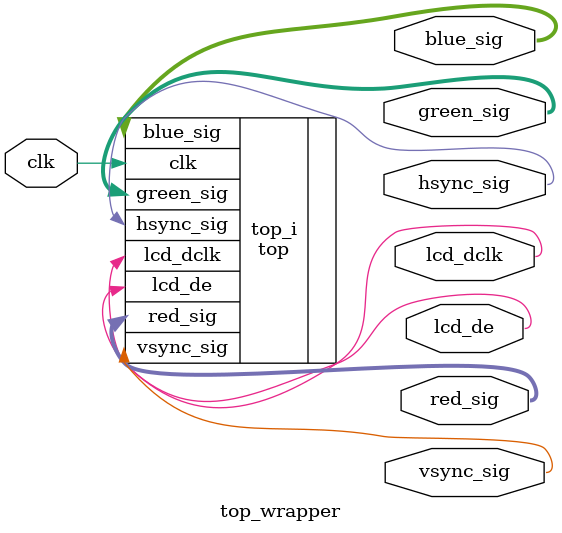
<source format=v>
`timescale 1 ps / 1 ps

module top_wrapper
   (blue_sig,
    clk,
    green_sig,
    hsync_sig,
    lcd_dclk,
    lcd_de,
    red_sig,
    vsync_sig);
  output [7:0]blue_sig;
  input clk;
  output [7:0]green_sig;
  output hsync_sig;
  output lcd_dclk;
  output lcd_de;
  output [7:0]red_sig;
  output vsync_sig;

  wire [7:0]blue_sig;
  wire clk;
  wire [7:0]green_sig;
  wire hsync_sig;
  wire lcd_dclk;
  wire lcd_de;
  wire [7:0]red_sig;
  wire vsync_sig;

  top top_i
       (.blue_sig(blue_sig),
        .clk(clk),
        .green_sig(green_sig),
        .hsync_sig(hsync_sig),
        .lcd_dclk(lcd_dclk),
        .lcd_de(lcd_de),
        .red_sig(red_sig),
        .vsync_sig(vsync_sig));
endmodule

</source>
